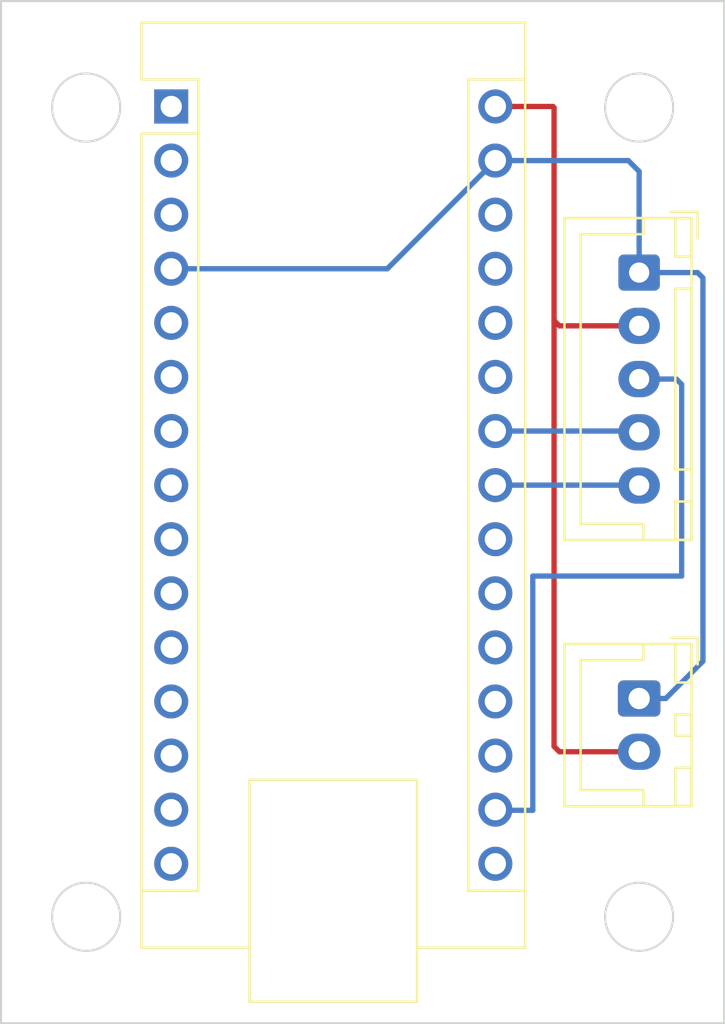
<source format=kicad_pcb>
(kicad_pcb (version 20211014) (generator pcbnew)
  (layers (0 "F.Cu" signal) (31 "B.Cu" signal) (34 "B.Paste" user) (35 "F.Paste" user) (36 "B.SilkS" user "B.Silkscreen") (37 "F.SilkS" user "F.Silkscreen") (38 "B.Mask" user) (39 "F.Mask" user) (44 "Edge.Cuts" user))
  (net 0 "")
  (net 25 "+3.3V")
  (net 26 "/SDA")
  (net 27 "GND")
  (net 28 "+12V")
  (net 29 "/SCL")
  (footprint "Connector_JST:JST_XH_B2B-XH-A_1x02_P2.50mm_Vertical" (layer "F.Cu") (at 149 97.75 -90)
    (fp_text reference "J1" hide)
    (fp_text value "Conn_01x02_Female" hide)
    (fp_line (start 1.75 -1.7) (end 1.75 -2.45) (layer "F.SilkS") (width 0.12))
    (fp_line (start 3.25 -1.7) (end 5.05 -1.7) (layer "F.SilkS") (width 0.12))
    (fp_line (start 5.06 3.51) (end 5.06 -2.46) (layer "F.SilkS") (width 0.12))
    (fp_line (start 1.75 -2.45) (end 0.75 -2.45) (layer "F.SilkS") (width 0.12))
    (fp_line (start -2.56 -2.46) (end -2.56 3.51) (layer "F.SilkS") (width 0.12))
    (fp_line (start -0.75 -2.45) (end -2.55 -2.45) (layer "F.SilkS") (width 0.12))
    (fp_line (start 5.05 -0.2) (end 4.3 -0.2) (layer "F.SilkS") (width 0.12))
    (fp_line (start 0.75 -2.45) (end 0.75 -1.7) (layer "F.SilkS") (width 0.12))
    (fp_line (start -2.55 -2.45) (end -2.55 -1.7) (layer "F.SilkS") (width 0.12))
    (fp_line (start -1.8 2.75) (end 1.25 2.75) (layer "F.SilkS") (width 0.12))
    (fp_line (start -0.75 -1.7) (end -0.75 -2.45) (layer "F.SilkS") (width 0.12))
    (fp_line (start -2.85 -2.75) (end -2.85 -1.5) (layer "F.SilkS") (width 0.12))
    (fp_line (start 5.05 -2.45) (end 3.25 -2.45) (layer "F.SilkS") (width 0.12))
    (fp_line (start -2.55 -0.2) (end -1.8 -0.2) (layer "F.SilkS") (width 0.12))
    (fp_line (start 3.25 -2.45) (end 3.25 -1.7) (layer "F.SilkS") (width 0.12))
    (fp_line (start -1.8 -0.2) (end -1.8 2.75) (layer "F.SilkS") (width 0.12))
    (fp_line (start 0.75 -1.7) (end 1.75 -1.7) (layer "F.SilkS") (width 0.12))
    (fp_line (start 5.06 -2.46) (end -2.56 -2.46) (layer "F.SilkS") (width 0.12))
    (fp_line (start -2.56 3.51) (end 5.06 3.51) (layer "F.SilkS") (width 0.12))
    (fp_line (start -2.55 -1.7) (end -0.75 -1.7) (layer "F.SilkS") (width 0.12))
    (fp_line (start 5.05 -1.7) (end 5.05 -2.45) (layer "F.SilkS") (width 0.12))
    (fp_line (start -1.6 -2.75) (end -2.85 -2.75) (layer "F.SilkS") (width 0.12))
    (fp_line (start 4.3 -0.2) (end 4.3 2.75) (layer "F.SilkS") (width 0.12))
    (fp_line (start 4.3 2.75) (end 1.25 2.75) (layer "F.SilkS") (width 0.12))
    (pad "1" thru_hole roundrect (at 0 0 270) (size 1.7 2) (drill 1) (layers *.Cu *.Mask) (roundrect_rratio 0.1470588235) (net 27 "GND"))
    (pad "2" thru_hole oval (at 2.5 0 270) (size 1.7 2) (drill 1) (layers *.Cu *.Mask) (net 28 "+12V"))
  )
  (footprint "Module:Arduino_Nano" (layer "F.Cu") (at 127 69.95)
    (fp_text reference "A1" hide)
    (fp_text value "Arduino_Nano_v3.x" hide)
    (fp_line (start 16.64 -3.94) (end -1.4 -3.94) (layer "F.SilkS") (width 0.12))
    (fp_line (start 13.97 36.83) (end 16.64 36.83) (layer "F.SilkS") (width 0.12))
    (fp_line (start 1.27 36.83) (end -1.4 36.83) (layer "F.SilkS") (width 0.12))
    (fp_line (start 13.97 -1.27) (end 13.97 36.83) (layer "F.SilkS") (width 0.12))
    (fp_line (start 16.64 39.5) (end 11.56 39.5) (layer "F.SilkS") (width 0.12))
    (fp_line (start 11.56 42.04) (end 3.68 42.04) (layer "F.SilkS") (width 0.12))
    (fp_line (start 13.97 -1.27) (end 16.64 -1.27) (layer "F.SilkS") (width 0.12))
    (fp_line (start 3.68 31.62) (end 11.56 31.62) (layer "F.SilkS") (width 0.12))
    (fp_line (start -1.4 -3.94) (end -1.4 -1.27) (layer "F.SilkS") (width 0.12))
    (fp_line (start 16.64 39.5) (end 16.64 -3.94) (layer "F.SilkS") (width 0.12))
    (fp_line (start 11.56 31.62) (end 11.56 42.04) (layer "F.SilkS") (width 0.12))
    (fp_line (start 1.27 -1.27) (end -1.4 -1.27) (layer "F.SilkS") (width 0.12))
    (fp_line (start 1.27 1.27) (end 1.27 36.83) (layer "F.SilkS") (width 0.12))
    (fp_line (start -1.4 39.5) (end 3.68 39.5) (layer "F.SilkS") (width 0.12))
    (fp_line (start 3.68 42.04) (end 3.68 31.62) (layer "F.SilkS") (width 0.12))
    (fp_line (start -1.4 1.27) (end -1.4 39.5) (layer "F.SilkS") (width 0.12))
    (fp_line (start 1.27 1.27) (end 1.27 -1.27) (layer "F.SilkS") (width 0.12))
    (fp_line (start 1.27 1.27) (end -1.4 1.27) (layer "F.SilkS") (width 0.12))
    (pad "1" thru_hole rect (at 0 0) (size 1.6 1.6) (drill 1) (layers *.Cu *.Mask))
    (pad "2" thru_hole oval (at 0 2.54) (size 1.6 1.6) (drill 1) (layers *.Cu *.Mask))
    (pad "3" thru_hole oval (at 0 5.08) (size 1.6 1.6) (drill 1) (layers *.Cu *.Mask))
    (pad "4" thru_hole oval (at 0 7.62) (size 1.6 1.6) (drill 1) (layers *.Cu *.Mask) (net 27 "GND"))
    (pad "5" thru_hole oval (at 0 10.16) (size 1.6 1.6) (drill 1) (layers *.Cu *.Mask))
    (pad "6" thru_hole oval (at 0 12.7) (size 1.6 1.6) (drill 1) (layers *.Cu *.Mask))
    (pad "7" thru_hole oval (at 0 15.24) (size 1.6 1.6) (drill 1) (layers *.Cu *.Mask))
    (pad "8" thru_hole oval (at 0 17.78) (size 1.6 1.6) (drill 1) (layers *.Cu *.Mask))
    (pad "9" thru_hole oval (at 0 20.32) (size 1.6 1.6) (drill 1) (layers *.Cu *.Mask))
    (pad "10" thru_hole oval (at 0 22.86) (size 1.6 1.6) (drill 1) (layers *.Cu *.Mask))
    (pad "11" thru_hole oval (at 0 25.4) (size 1.6 1.6) (drill 1) (layers *.Cu *.Mask))
    (pad "12" thru_hole oval (at 0 27.94) (size 1.6 1.6) (drill 1) (layers *.Cu *.Mask))
    (pad "13" thru_hole oval (at 0 30.48) (size 1.6 1.6) (drill 1) (layers *.Cu *.Mask))
    (pad "14" thru_hole oval (at 0 33.02) (size 1.6 1.6) (drill 1) (layers *.Cu *.Mask))
    (pad "15" thru_hole oval (at 0 35.56) (size 1.6 1.6) (drill 1) (layers *.Cu *.Mask))
    (pad "16" thru_hole oval (at 15.24 35.56) (size 1.6 1.6) (drill 1) (layers *.Cu *.Mask))
    (pad "17" thru_hole oval (at 15.24 33.02) (size 1.6 1.6) (drill 1) (layers *.Cu *.Mask) (net 25 "+3.3V"))
    (pad "18" thru_hole oval (at 15.24 30.48) (size 1.6 1.6) (drill 1) (layers *.Cu *.Mask))
    (pad "19" thru_hole oval (at 15.24 27.94) (size 1.6 1.6) (drill 1) (layers *.Cu *.Mask))
    (pad "20" thru_hole oval (at 15.24 25.4) (size 1.6 1.6) (drill 1) (layers *.Cu *.Mask))
    (pad "21" thru_hole oval (at 15.24 22.86) (size 1.6 1.6) (drill 1) (layers *.Cu *.Mask))
    (pad "22" thru_hole oval (at 15.24 20.32) (size 1.6 1.6) (drill 1) (layers *.Cu *.Mask))
    (pad "23" thru_hole oval (at 15.24 17.78) (size 1.6 1.6) (drill 1) (layers *.Cu *.Mask) (net 26 "/SDA"))
    (pad "24" thru_hole oval (at 15.24 15.24) (size 1.6 1.6) (drill 1) (layers *.Cu *.Mask) (net 29 "/SCL"))
    (pad "25" thru_hole oval (at 15.24 12.7) (size 1.6 1.6) (drill 1) (layers *.Cu *.Mask))
    (pad "26" thru_hole oval (at 15.24 10.16) (size 1.6 1.6) (drill 1) (layers *.Cu *.Mask))
    (pad "27" thru_hole oval (at 15.24 7.62) (size 1.6 1.6) (drill 1) (layers *.Cu *.Mask))
    (pad "28" thru_hole oval (at 15.24 5.08) (size 1.6 1.6) (drill 1) (layers *.Cu *.Mask))
    (pad "29" thru_hole oval (at 15.24 2.54) (size 1.6 1.6) (drill 1) (layers *.Cu *.Mask) (net 27 "GND"))
    (pad "30" thru_hole oval (at 15.24 0) (size 1.6 1.6) (drill 1) (layers *.Cu *.Mask) (net 28 "+12V"))
  )
  (footprint "Connector_JST:JST_XH_B5B-XH-A_1x05_P2.50mm_Vertical" (layer "F.Cu") (at 149 77.75 -90)
    (fp_text reference "J2" hide)
    (fp_text value "Conn_01x05_Female" hide)
    (fp_line (start 11.8 2.75) (end 5 2.75) (layer "F.SilkS") (width 0.12))
    (fp_line (start 12.55 -1.7) (end 12.55 -2.45) (layer "F.SilkS") (width 0.12))
    (fp_line (start 12.55 -2.45) (end 10.75 -2.45) (layer "F.SilkS") (width 0.12))
    (fp_line (start 12.56 -2.46) (end -2.56 -2.46) (layer "F.SilkS") (width 0.12))
    (fp_line (start -2.56 3.51) (end 12.56 3.51) (layer "F.SilkS") (width 0.12))
    (fp_line (start 10.75 -1.7) (end 12.55 -1.7) (layer "F.SilkS") (width 0.12))
    (fp_line (start -2.85 -2.75) (end -2.85 -1.5) (layer "F.SilkS") (width 0.12))
    (fp_line (start -2.55 -0.2) (end -1.8 -0.2) (layer "F.SilkS") (width 0.12))
    (fp_line (start -2.55 -2.45) (end -2.55 -1.7) (layer "F.SilkS") (width 0.12))
    (fp_line (start -1.8 2.75) (end 5 2.75) (layer "F.SilkS") (width 0.12))
    (fp_line (start 0.75 -1.7) (end 9.25 -1.7) (layer "F.SilkS") (width 0.12))
    (fp_line (start -1.6 -2.75) (end -2.85 -2.75) (layer "F.SilkS") (width 0.12))
    (fp_line (start 9.25 -1.7) (end 9.25 -2.45) (layer "F.SilkS") (width 0.12))
    (fp_line (start 11.8 -0.2) (end 11.8 2.75) (layer "F.SilkS") (width 0.12))
    (fp_line (start -2.56 -2.46) (end -2.56 3.51) (layer "F.SilkS") (width 0.12))
    (fp_line (start -0.75 -1.7) (end -0.75 -2.45) (layer "F.SilkS") (width 0.12))
    (fp_line (start 0.75 -2.45) (end 0.75 -1.7) (layer "F.SilkS") (width 0.12))
    (fp_line (start -1.8 -0.2) (end -1.8 2.75) (layer "F.SilkS") (width 0.12))
    (fp_line (start -0.75 -2.45) (end -2.55 -2.45) (layer "F.SilkS") (width 0.12))
    (fp_line (start 9.25 -2.45) (end 0.75 -2.45) (layer "F.SilkS") (width 0.12))
    (fp_line (start -2.55 -1.7) (end -0.75 -1.7) (layer "F.SilkS") (width 0.12))
    (fp_line (start 12.55 -0.2) (end 11.8 -0.2) (layer "F.SilkS") (width 0.12))
    (fp_line (start 12.56 3.51) (end 12.56 -2.46) (layer "F.SilkS") (width 0.12))
    (fp_line (start 10.75 -2.45) (end 10.75 -1.7) (layer "F.SilkS") (width 0.12))
    (pad "1" thru_hole roundrect (at 0 0 270) (size 1.7 1.95) (drill 0.95) (layers *.Cu *.Mask) (roundrect_rratio 0.1470588235) (net 27 "GND"))
    (pad "2" thru_hole oval (at 2.5 0 270) (size 1.7 1.95) (drill 0.95) (layers *.Cu *.Mask) (net 28 "+12V"))
    (pad "3" thru_hole oval (at 5 0 270) (size 1.7 1.95) (drill 0.95) (layers *.Cu *.Mask) (net 25 "+3.3V"))
    (pad "4" thru_hole oval (at 7.5 0 270) (size 1.7 1.95) (drill 0.95) (layers *.Cu *.Mask) (net 29 "/SCL"))
    (pad "5" thru_hole oval (at 10 0 270) (size 1.7 1.95) (drill 0.95) (layers *.Cu *.Mask) (net 26 "/SDA"))
  )
  (gr_circle (center 149 70) (end 150.6 70) (layer "Edge.Cuts") (width 0.1) (fill none))
  (gr_circle (center 123 70) (end 124.6 70) (layer "Edge.Cuts") (width 0.1) (fill none))
  (gr_circle (center 123 108) (end 124.6 108) (layer "Edge.Cuts") (width 0.1) (fill none))
  (gr_circle (center 149 108) (end 150.6 108) (layer "Edge.Cuts") (width 0.1) (fill none))
  (gr_rect (start 153 113) (end 119 65) (layer "Edge.Cuts") (width 0.1) (fill none))
  (segment (start 144 92) (end 144 103) (width 0.25) (layer "B.Cu") (net 25))
  (segment (start 144 103) (end 142.27 103) (width 0.25) (layer "B.Cu") (net 25))
  (segment (start 151 83) (end 151 92) (width 0.25) (layer "B.Cu") (net 25))
  (segment (start 150.75 82.75) (end 151 83) (width 0.25) (layer "B.Cu") (net 25))
  (segment (start 151 92) (end 144 92) (width 0.25) (layer "B.Cu") (net 25))
  (segment (start 142.27 103) (end 142.24 102.97) (width 0.25) (layer "B.Cu") (net 25))
  (segment (start 149 82.75) (end 150.75 82.75) (width 0.25) (layer "B.Cu") (net 25))
  (segment (start 148.98 87.73) (end 149 87.75) (width 0.25) (layer "B.Cu") (net 26))
  (segment (start 142.24 87.73) (end 148.98 87.73) (width 0.25) (layer "B.Cu") (net 26))
  (segment (start 150.25 97.75) (end 149 97.75) (width 0.25) (layer "B.Cu") (net 27))
  (segment (start 137.16 77.57) (end 142.24 72.49) (width 0.25) (layer "B.Cu") (net 27))
  (segment (start 152 78) (end 152 96) (width 0.25) (layer "B.Cu") (net 27))
  (segment (start 127 77.57) (end 137.16 77.57) (width 0.25) (layer "B.Cu") (net 27))
  (segment (start 148.49 72.49) (end 142.24 72.49) (width 0.25) (layer "B.Cu") (net 27))
  (segment (start 149 73) (end 148.49 72.49) (width 0.25) (layer "B.Cu") (net 27))
  (segment (start 149 77.75) (end 149 73) (width 0.25) (layer "B.Cu") (net 27))
  (segment (start 149 77.75) (end 151.75 77.75) (width 0.25) (layer "B.Cu") (net 27))
  (segment (start 152 96) (end 150.25 97.75) (width 0.25) (layer "B.Cu") (net 27))
  (segment (start 151.75 77.75) (end 152 78) (width 0.25) (layer "B.Cu") (net 27))
  (segment (start 145 70) (end 145 80) (width 0.25) (layer "F.Cu") (net 28))
  (segment (start 142.24 69.95) (end 144.95 69.95) (width 0.25) (layer "F.Cu") (net 28))
  (segment (start 149 80.25) (end 145.25 80.25) (width 0.25) (layer "F.Cu") (net 28))
  (segment (start 145.25 100.25) (end 149 100.25) (width 0.25) (layer "F.Cu") (net 28))
  (segment (start 145 100) (end 145.25 100.25) (width 0.25) (layer "F.Cu") (net 28))
  (segment (start 144.95 69.95) (end 145 70) (width 0.25) (layer "F.Cu") (net 28))
  (segment (start 145 80) (end 145 100) (width 0.25) (layer "F.Cu") (net 28))
  (segment (start 145.25 80.25) (end 145 80) (width 0.25) (layer "F.Cu") (net 28))
  (segment (start 142.24 85.19) (end 148.94 85.19) (width 0.25) (layer "B.Cu") (net 29))
  (segment (start 148.94 85.19) (end 149 85.25) (width 0.25) (layer "B.Cu") (net 29))
)
</source>
